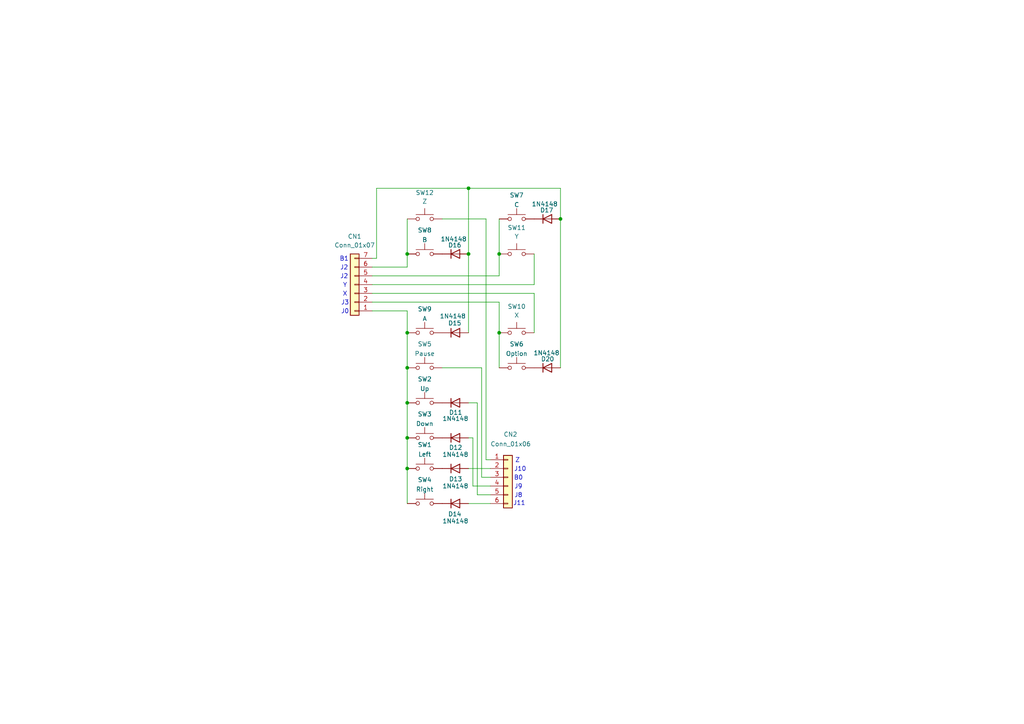
<source format=kicad_sch>
(kicad_sch (version 20250114) (generator "eeschema") (generator_version "9.0")
  (paper "A4")
  (lib_symbols
    (symbol "Connector_Generic:Conn_01x06" (pin_names (offset 1.016) (hide yes))
      (property "Reference" "J" (at 0 7.62 0))
      (property "Value" "Conn_01x06" (at 0 -10.16 0))
      (symbol "Conn_01x06_1_1"
        (rectangle (start -1.27 6.35) (end 1.27 -8.89) (stroke (width 0.254)) (fill (type background)))
        (rectangle (start -1.27 5.207) (end 0 4.953) (stroke (width 0.1524)))
        (rectangle (start -1.27 2.667) (end 0 2.413) (stroke (width 0.1524)))
        (rectangle (start -1.27 0.127) (end 0 -0.127) (stroke (width 0.1524)))
        (rectangle (start -1.27 -2.413) (end 0 -2.667) (stroke (width 0.1524)))
        (rectangle (start -1.27 -4.953) (end 0 -5.207) (stroke (width 0.1524)))
        (rectangle (start -1.27 -7.493) (end 0 -7.747) (stroke (width 0.1524)))
        (pin passive line (at -5.08 5.08 0) (length 3.81) (name "Pin_1") (number "1"))
        (pin passive line (at -5.08 2.54 0) (length 3.81) (name "Pin_2") (number "2"))
        (pin passive line (at -5.08 0 0) (length 3.81) (name "Pin_3") (number "3"))
        (pin passive line (at -5.08 -2.54 0) (length 3.81) (name "Pin_4") (number "4"))
        (pin passive line (at -5.08 -5.08 0) (length 3.81) (name "Pin_5") (number "5"))
        (pin passive line (at -5.08 -7.62 0) (length 3.81) (name "Pin_6") (number "6"))
      )
    )
    (symbol "Connector_Generic:Conn_01x07" (pin_names (offset 1.016) (hide yes))
      (property "Reference" "J" (at 0 10.16 0))
      (property "Value" "Conn_01x07" (at 0 -10.16 0))
      (symbol "Conn_01x07_1_1"
        (rectangle (start -1.27 8.89) (end 1.27 -8.89) (stroke (width 0.254)) (fill (type background)))
        (rectangle (start -1.27 7.747) (end 0 7.493) (stroke (width 0.1524)))
        (rectangle (start -1.27 5.207) (end 0 4.953) (stroke (width 0.1524)))
        (rectangle (start -1.27 2.667) (end 0 2.413) (stroke (width 0.1524)))
        (rectangle (start -1.27 0.127) (end 0 -0.127) (stroke (width 0.1524)))
        (rectangle (start -1.27 -2.413) (end 0 -2.667) (stroke (width 0.1524)))
        (rectangle (start -1.27 -4.953) (end 0 -5.207) (stroke (width 0.1524)))
        (rectangle (start -1.27 -7.493) (end 0 -7.747) (stroke (width 0.1524)))
        (pin passive line (at -5.08 7.62 0) (length 3.81) (name "Pin_1") (number "1"))
        (pin passive line (at -5.08 5.08 0) (length 3.81) (name "Pin_2") (number "2"))
        (pin passive line (at -5.08 2.54 0) (length 3.81) (name "Pin_3") (number "3"))
        (pin passive line (at -5.08 0 0) (length 3.81) (name "Pin_4") (number "4"))
        (pin passive line (at -5.08 -2.54 0) (length 3.81) (name "Pin_5") (number "5"))
        (pin passive line (at -5.08 -5.08 0) (length 3.81) (name "Pin_6") (number "6"))
        (pin passive line (at -5.08 -7.62 0) (length 3.81) (name "Pin_7") (number "7"))
      )
    )
    (symbol "Diode:1N4148" (pin_numbers (hide yes)) (pin_names (offset 1.016) (hide yes))
      (property "Reference" "D" (at 0 2.54 0))
      (property "Value" "1N4148" (at 0 -2.54 0))
      (symbol "1N4148_0_1"
        (polyline (pts (xy -1.27 1.27) (xy -1.27 -1.27)) (stroke (width 0.254)))
        (polyline (pts (xy 1.27 1.27) (xy 1.27 -1.27) (xy -1.27 0) (xy 1.27 1.27)) (stroke (width 0.254)))
        (polyline (pts (xy 1.27 0) (xy -1.27 0)))
      )
      (symbol "1N4148_1_1"
        (pin passive line (at -3.81 0 0) (length 2.54) (name "K") (number "1"))
        (pin passive line (at 3.81 0 180) (length 2.54) (name "A") (number "2"))
      )
    )
    (symbol "Switch:SW_Push" (pin_numbers (hide yes)) (pin_names (offset 1.016) (hide yes))
      (property "Reference" "SW" (at 1.27 2.54 0))
      (property "Value" "SW_Push" (at 0 -1.524 0))
      (symbol "SW_Push_0_1"
        (circle (center -2.032 0) (radius 0.508))
        (polyline (pts (xy 0 1.27) (xy 0 3.048)))
        (circle (center 2.032 0) (radius 0.508))
        (polyline (pts (xy 2.54 1.27) (xy -2.54 1.27)))
        (pin passive line (at -5.08 0 0) (length 2.54) (name "1") (number "1"))
        (pin passive line (at 5.08 0 180) (length 2.54) (name "2") (number "2"))
      )
    )
  )
  (text "J3" (at 100.076 87.884 0) (effects (font (size 1.27 1.27))))
  (text "J0" (at 100.076 90.424 0) (effects (font (size 1.27 1.27))))
  (text "J8" (at 150.368 143.764 0) (effects (font (size 1.27 1.27))))
  (text "X" (at 100.076 85.344 0) (effects (font (size 1.27 1.27))))
  (text "Y" (at 100.076 82.804 0) (effects (font (size 1.27 1.27))))
  (text "J10" (at 150.876 136.144 0) (effects (font (size 1.27 1.27))))
  (text "J2" (at 99.822 77.724 0) (effects (font (size 1.27 1.27))))
  (text "J9" (at 150.368 141.224 0) (effects (font (size 1.27 1.27))))
  (text "J11" (at 150.622 146.05 0) (effects (font (size 1.27 1.27))))
  (text "J2" (at 99.822 80.264 0) (effects (font (size 1.27 1.27))))
  (text "B1" (at 99.822 75.184 0) (effects (font (size 1.27 1.27))))
  (text "B0" (at 150.368 138.684 0) (effects (font (size 1.27 1.27))))
  (text "Z" (at 150.114 133.604 0) (effects (font (size 1.27 1.27))))
  (junction (at 144.78 73.66))
  (junction (at 144.78 96.52))
  (junction (at 118.11 116.84))
  (junction (at 118.11 135.89))
  (junction (at 118.11 96.52))
  (junction (at 135.89 73.66))
  (junction (at 118.11 106.68))
  (junction (at 118.11 73.66))
  (junction (at 162.56 63.5))
  (junction (at 118.11 127))
  (junction (at 135.89 54.61))
  (wire (pts (xy 140.97 133.35) (xy 140.97 63.5)))
  (wire (pts (xy 107.95 80.01) (xy 144.78 80.01)))
  (wire (pts (xy 135.89 127) (xy 137.16 127)))
  (wire (pts (xy 135.89 135.89) (xy 142.24 135.89)))
  (wire (pts (xy 118.11 90.17) (xy 118.11 96.52)))
  (wire (pts (xy 142.24 138.43) (xy 139.7 138.43)))
  (wire (pts (xy 144.78 80.01) (xy 144.78 73.66)))
  (wire (pts (xy 137.16 140.97) (xy 142.24 140.97)))
  (wire (pts (xy 135.89 146.05) (xy 142.24 146.05)))
  (wire (pts (xy 109.22 54.61) (xy 135.89 54.61)))
  (wire (pts (xy 107.95 85.09) (xy 154.94 85.09)))
  (wire (pts (xy 109.22 74.93) (xy 107.95 74.93)))
  (wire (pts (xy 107.95 82.55) (xy 154.94 82.55)))
  (wire (pts (xy 144.78 73.66) (xy 144.78 63.5)))
  (wire (pts (xy 118.11 77.47) (xy 118.11 73.66)))
  (wire (pts (xy 128.27 106.68) (xy 139.7 106.68)))
  (wire (pts (xy 118.11 106.68) (xy 118.11 116.84)))
  (wire (pts (xy 135.89 96.52) (xy 135.89 73.66)))
  (wire (pts (xy 118.11 96.52) (xy 118.11 106.68)))
  (wire (pts (xy 154.94 85.09) (xy 154.94 96.52)))
  (wire (pts (xy 144.78 87.63) (xy 144.78 96.52)))
  (wire (pts (xy 107.95 77.47) (xy 118.11 77.47)))
  (wire (pts (xy 135.89 54.61) (xy 162.56 54.61)))
  (wire (pts (xy 118.11 73.66) (xy 118.11 63.5)))
  (wire (pts (xy 142.24 133.35) (xy 140.97 133.35)))
  (wire (pts (xy 135.89 116.84) (xy 138.43 116.84)))
  (wire (pts (xy 138.43 143.51) (xy 142.24 143.51)))
  (wire (pts (xy 144.78 96.52) (xy 144.78 106.68)))
  (wire (pts (xy 128.27 63.5) (xy 140.97 63.5)))
  (wire (pts (xy 107.95 90.17) (xy 118.11 90.17)))
  (wire (pts (xy 118.11 116.84) (xy 118.11 127)))
  (wire (pts (xy 135.89 73.66) (xy 135.89 54.61)))
  (wire (pts (xy 162.56 63.5) (xy 162.56 54.61)))
  (wire (pts (xy 137.16 127) (xy 137.16 140.97)))
  (wire (pts (xy 118.11 135.89) (xy 118.11 146.05)))
  (wire (pts (xy 162.56 106.68) (xy 162.56 63.5)))
  (wire (pts (xy 109.22 54.61) (xy 109.22 74.93)))
  (wire (pts (xy 154.94 82.55) (xy 154.94 73.66)))
  (wire (pts (xy 107.95 87.63) (xy 144.78 87.63)))
  (wire (pts (xy 118.11 127) (xy 118.11 135.89)))
  (wire (pts (xy 138.43 116.84) (xy 138.43 143.51)))
  (wire (pts (xy 139.7 138.43) (xy 139.7 106.68)))
  (symbol (lib_id "Diode:1N4148") (at 132.08 96.52 0) (unit 1)
    (property "Reference" "D15" (at 133.858 93.726 0) (effects (justify right)))
    (property "Value" "1N4148" (at 135.128 91.694 0) (effects (justify right)))
    (property "Footprint" "Evan's parts:D_DO-35_SOD27_P9.50mm_Horizontal" (effects (hide yes)))
    (property "Datasheet" "https://assets.nexperia.com/documents/data-sheet/1N4148_1N4448.pdf" (effects (hide yes)))
  )
  (symbol (lib_id "Switch:SW_Push") (at 123.19 106.68 0) (mirror y) (unit 1)
    (property "Reference" "SW5" (at 123.19 99.7925 0))
    (property "Value" "Pause" (at 123.19 102.5676 0))
    (property "Footprint" "Evan's parts:jaguar pro keypad" (effects (hide yes)))
  )
  (symbol (lib_id "Diode:1N4148") (at 132.08 135.89 0) (unit 1)
    (property "Reference" "D13" (at 134.112 138.938 0) (effects (justify right)))
    (property "Value" "1N4148" (at 135.89 140.97 0) (effects (justify right)))
    (property "Footprint" "Evan's parts:D_DO-35_SOD27_P5.62mm_Horizontal" (effects (hide yes)))
    (property "Datasheet" "https://assets.nexperia.com/documents/data-sheet/1N4148_1N4448.pdf" (effects (hide yes)))
  )
  (symbol (lib_id "Connector_Generic:Conn_01x07") (at 102.87 82.55 180) (unit 1)
    (property "Reference" "CN1" (at 102.87 68.58 0))
    (property "Value" "Conn_01x07" (at 102.87 71.12 0))
    (property "Footprint" "Connector_PinHeader_2.00mm:PinHeader_1x07_P2.00mm_Vertical" (effects (hide yes)))
    (property "Description" "Generic connector, single row, 01x07, script generated (kicad-library-utils/schlib/autogen/connector/)" (effects (hide yes)))
  )
  (symbol (lib_id "Switch:SW_Push") (at 123.19 116.84 0) (unit 1)
    (property "Reference" "SW2" (at 123.19 109.9525 0))
    (property "Value" "Up" (at 123.19 112.7276 0))
    (property "Footprint" "Evan's parts:jaguar pro dpad" (effects (hide yes)))
  )
  (symbol (lib_id "Diode:1N4148") (at 132.08 127 0) (unit 1)
    (property "Reference" "D12" (at 134.112 129.794 0) (effects (justify right)))
    (property "Value" "1N4148" (at 135.89 131.826 0) (effects (justify right)))
    (property "Footprint" "Evan's parts:D_DO-35_SOD27_P5.62mm_Horizontal" (effects (hide yes)))
    (property "Datasheet" "https://assets.nexperia.com/documents/data-sheet/1N4148_1N4448.pdf" (effects (hide yes)))
  )
  (symbol (lib_id "Switch:SW_Push") (at 149.86 63.5 0) (unit 1)
    (property "Reference" "SW7" (at 149.86 56.6125 0))
    (property "Value" "C" (at 149.86 59.3876 0))
    (property "Footprint" "Evan's parts:Jaguar pro ABC button" (effects (hide yes)))
  )
  (symbol (lib_id "Switch:SW_Push") (at 123.19 135.89 0) (unit 1)
    (property "Reference" "SW1" (at 123.19 129.0025 0))
    (property "Value" "Left" (at 123.19 131.7776 0))
    (property "Footprint" "Evan's parts:jaguar pro dpad" (effects (hide yes)))
  )
  (symbol (lib_id "Diode:1N4148") (at 132.08 116.84 0) (unit 1)
    (property "Reference" "D11" (at 134.112 119.634 0) (effects (justify right)))
    (property "Value" "1N4148" (at 135.89 121.412 0) (effects (justify right)))
    (property "Footprint" "Evan's parts:D_DO-35_SOD27_P5.62mm_Horizontal" (effects (hide yes)))
    (property "Datasheet" "https://assets.nexperia.com/documents/data-sheet/1N4148_1N4448.pdf" (effects (hide yes)))
  )
  (symbol (lib_id "Switch:SW_Push") (at 123.19 146.05 0) (unit 1)
    (property "Reference" "SW4" (at 123.19 139.1625 0))
    (property "Value" "Right" (at 123.19 141.9376 0))
    (property "Footprint" "Evan's parts:jaguar pro dpad" (effects (hide yes)))
  )
  (symbol (lib_id "Switch:SW_Push") (at 123.19 127 0) (unit 1)
    (property "Reference" "SW3" (at 123.19 120.1125 0))
    (property "Value" "Down" (at 123.19 122.8876 0))
    (property "Footprint" "Evan's parts:jaguar pro dpad" (effects (hide yes)))
  )
  (symbol (lib_id "Switch:SW_Push") (at 149.86 106.68 0) (mirror y) (unit 1)
    (property "Reference" "SW6" (at 149.86 99.7925 0))
    (property "Value" "Option" (at 149.86 102.5676 0))
    (property "Footprint" "Evan's parts:jaguar pro keypad" (effects (hide yes)))
  )
  (symbol (lib_id "Switch:SW_Push") (at 123.19 73.66 0) (unit 1)
    (property "Reference" "SW8" (at 123.19 66.7725 0))
    (property "Value" "B" (at 123.19 69.5476 0))
    (property "Footprint" "Evan's parts:Jaguar pro ABC button" (effects (hide yes)))
  )
  (symbol (lib_id "Diode:1N4148") (at 132.08 73.66 0) (unit 1)
    (property "Reference" "D16" (at 133.858 71.12 0) (effects (justify right)))
    (property "Value" "1N4148" (at 135.382 69.342 0) (effects (justify right)))
    (property "Footprint" "Evan's parts:D_DO-35_SOD27_P5.62mm_Horizontal" (effects (hide yes)))
    (property "Datasheet" "https://assets.nexperia.com/documents/data-sheet/1N4148_1N4448.pdf" (effects (hide yes)))
  )
  (symbol (lib_id "Switch:SW_Push") (at 123.19 63.5 0) (unit 1)
    (property "Reference" "SW12" (at 123.19 55.88 0))
    (property "Value" "Z" (at 123.19 58.42 0))
    (property "Footprint" "Evan's parts:Jaguar pro ABC button" (effects (hide yes)))
  )
  (symbol (lib_id "Switch:SW_Push") (at 149.86 73.66 0) (unit 1)
    (property "Reference" "SW11" (at 149.86 66.04 0))
    (property "Value" "Y" (at 149.86 68.58 0))
    (property "Footprint" "Evan's parts:Jaguar pro ABC button" (effects (hide yes)))
  )
  (symbol (lib_id "Connector_Generic:Conn_01x06") (at 147.32 138.43 0) (unit 1)
    (property "Reference" "CN2" (at 146.05 125.984 0) (effects (justify left)))
    (property "Value" "Conn_01x06" (at 142.24 128.778 0) (effects (justify left)))
    (property "Footprint" "Connector_PinHeader_2.00mm:PinHeader_1x06_P2.00mm_Vertical" (effects (hide yes)))
    (property "Description" "Generic connector, single row, 01x06, script generated (kicad-library-utils/schlib/autogen/connector/)" (effects (hide yes)))
  )
  (symbol (lib_id "Switch:SW_Push") (at 149.86 96.52 0) (unit 1)
    (property "Reference" "SW10" (at 149.86 88.9 0))
    (property "Value" "X" (at 149.86 91.44 0))
    (property "Footprint" "Evan's parts:Jaguar pro ABC button" (effects (hide yes)))
  )
  (symbol (lib_id "Diode:1N4148") (at 158.75 63.5 0) (unit 1)
    (property "Reference" "D17" (at 160.528 60.96 0) (effects (justify right)))
    (property "Value" "1N4148" (at 161.798 59.182 0) (effects (justify right)))
    (property "Footprint" "Evan's parts:D_DO-35_SOD27_P5.62mm_Horizontal" (effects (hide yes)))
    (property "Datasheet" "https://assets.nexperia.com/documents/data-sheet/1N4148_1N4448.pdf" (effects (hide yes)))
  )
  (symbol (lib_id "Diode:1N4148") (at 158.75 106.68 0) (unit 1)
    (property "Reference" "D20" (at 160.782 104.14 0) (effects (justify right)))
    (property "Value" "1N4148" (at 162.306 102.362 0) (effects (justify right)))
    (property "Footprint" "Evan's parts:D_DO-35_SOD27_P5.62mm_Horizontal" (effects (hide yes)))
    (property "Datasheet" "https://assets.nexperia.com/documents/data-sheet/1N4148_1N4448.pdf" (effects (hide yes)))
  )
  (symbol (lib_id "Switch:SW_Push") (at 123.19 96.52 0) (unit 1)
    (property "Reference" "SW9" (at 123.19 89.6325 0))
    (property "Value" "A" (at 123.19 92.4076 0))
    (property "Footprint" "Evan's parts:Jaguar pro ABC button" (effects (hide yes)))
  )
  (symbol (lib_id "Diode:1N4148") (at 132.08 146.05 0) (unit 1)
    (property "Reference" "D14" (at 133.858 149.098 0) (effects (justify right)))
    (property "Value" "1N4148" (at 135.89 151.13 0) (effects (justify right)))
    (property "Footprint" "Evan's parts:D_DO-35_SOD27_P5.62mm_Horizontal" (effects (hide yes)))
    (property "Datasheet" "https://assets.nexperia.com/documents/data-sheet/1N4148_1N4448.pdf" (effects (hide yes)))
  )
)
</source>
